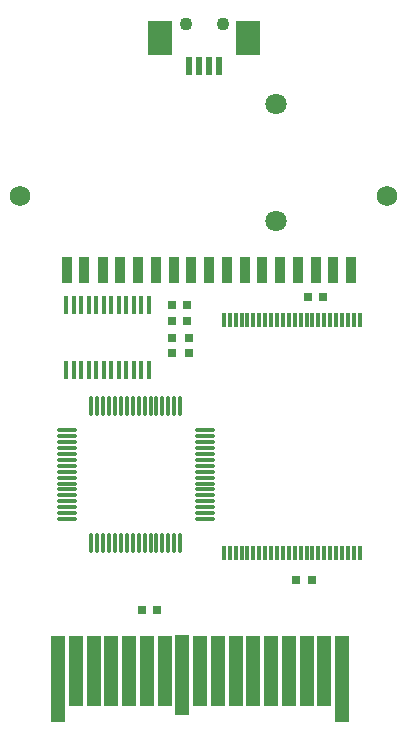
<source format=gbr>
%TF.GenerationSoftware,KiCad,Pcbnew,(6.0.2)*%
%TF.CreationDate,2022-11-02T20:30:41-05:00*%
%TF.ProjectId,REF1845B,52454631-3834-4354-922e-6b696361645f,rev?*%
%TF.SameCoordinates,Original*%
%TF.FileFunction,Soldermask,Top*%
%TF.FilePolarity,Negative*%
%FSLAX46Y46*%
G04 Gerber Fmt 4.6, Leading zero omitted, Abs format (unit mm)*
G04 Created by KiCad (PCBNEW (6.0.2)) date 2022-11-02 20:30:41*
%MOMM*%
%LPD*%
G01*
G04 APERTURE LIST*
G04 Aperture macros list*
%AMRoundRect*
0 Rectangle with rounded corners*
0 $1 Rounding radius*
0 $2 $3 $4 $5 $6 $7 $8 $9 X,Y pos of 4 corners*
0 Add a 4 corners polygon primitive as box body*
4,1,4,$2,$3,$4,$5,$6,$7,$8,$9,$2,$3,0*
0 Add four circle primitives for the rounded corners*
1,1,$1+$1,$2,$3*
1,1,$1+$1,$4,$5*
1,1,$1+$1,$6,$7*
1,1,$1+$1,$8,$9*
0 Add four rect primitives between the rounded corners*
20,1,$1+$1,$2,$3,$4,$5,0*
20,1,$1+$1,$4,$5,$6,$7,0*
20,1,$1+$1,$6,$7,$8,$9,0*
20,1,$1+$1,$8,$9,$2,$3,0*%
G04 Aperture macros list end*
%ADD10RoundRect,0.075000X-0.075000X-0.750000X0.075000X-0.750000X0.075000X0.750000X-0.075000X0.750000X0*%
%ADD11RoundRect,0.075000X-0.750000X-0.075000X0.750000X-0.075000X0.750000X0.075000X-0.750000X0.075000X0*%
%ADD12C,1.800000*%
%ADD13R,0.800000X0.800000*%
%ADD14RoundRect,0.100000X-0.100000X-0.650000X0.100000X-0.650000X0.100000X0.650000X-0.100000X0.650000X0*%
%ADD15C,1.750000*%
%ADD16R,0.950000X2.250000*%
%ADD17R,2.000000X3.000000*%
%ADD18R,0.550000X1.630000*%
%ADD19R,1.200000X7.250000*%
%ADD20R,1.200000X6.000000*%
%ADD21R,1.200000X6.750000*%
%ADD22R,0.300000X1.300000*%
%ADD23C,1.100000*%
G04 APERTURE END LIST*
D10*
%TO.C,U3*%
X141405000Y-115654000D03*
X141905000Y-115654000D03*
X142405000Y-115654000D03*
X142905000Y-115654000D03*
X143405000Y-115654000D03*
X143905000Y-115654000D03*
X144405000Y-115654000D03*
X144905000Y-115654000D03*
X145405000Y-115654000D03*
X145905000Y-115654000D03*
X146405000Y-115654000D03*
X146905000Y-115654000D03*
X147405000Y-115654000D03*
X147905000Y-115654000D03*
X148405000Y-115654000D03*
X148905000Y-115654000D03*
D11*
X150980000Y-113579000D03*
X150980000Y-113079000D03*
X150980000Y-112579000D03*
X150980000Y-112079000D03*
X150980000Y-111579000D03*
X150980000Y-111079000D03*
X150980000Y-110579000D03*
X150980000Y-110079000D03*
X150980000Y-109579000D03*
X150980000Y-109079000D03*
X150980000Y-108579000D03*
X150980000Y-108079000D03*
X150980000Y-107579000D03*
X150980000Y-107079000D03*
X150980000Y-106579000D03*
X150980000Y-106079000D03*
D10*
X148905000Y-104004000D03*
X148405000Y-104004000D03*
X147905000Y-104004000D03*
X147405000Y-104004000D03*
X146905000Y-104004000D03*
X146405000Y-104004000D03*
X145905000Y-104004000D03*
X145405000Y-104004000D03*
X144905000Y-104004000D03*
X144405000Y-104004000D03*
X143905000Y-104004000D03*
X143405000Y-104004000D03*
X142905000Y-104004000D03*
X142405000Y-104004000D03*
X141905000Y-104004000D03*
X141405000Y-104004000D03*
D11*
X139330000Y-106079000D03*
X139330000Y-106579000D03*
X139330000Y-107079000D03*
X139330000Y-107579000D03*
X139330000Y-108079000D03*
X139330000Y-108579000D03*
X139330000Y-109079000D03*
X139330000Y-109579000D03*
X139330000Y-110079000D03*
X139330000Y-110579000D03*
X139330000Y-111079000D03*
X139330000Y-111579000D03*
X139330000Y-112079000D03*
X139330000Y-112579000D03*
X139330000Y-113079000D03*
X139330000Y-113579000D03*
%TD*%
D12*
%TO.C,J3*%
X156999000Y-88375000D03*
X156999000Y-78441000D03*
%TD*%
D13*
%TO.C,C1*%
X145684000Y-121273000D03*
X146993000Y-121272000D03*
%TD*%
D14*
%TO.C,U4*%
X139264000Y-100976000D03*
X139899000Y-100976000D03*
X140534000Y-100976000D03*
X141169000Y-100976000D03*
X141804000Y-100976000D03*
X142439000Y-100976000D03*
X143074000Y-100976000D03*
X143709000Y-100976000D03*
X144344000Y-100976000D03*
X144979000Y-100976000D03*
X145614000Y-100976000D03*
X146249000Y-100976000D03*
X146249000Y-95476000D03*
X145614000Y-95476000D03*
X144979000Y-95476000D03*
X144344000Y-95476000D03*
X143709000Y-95476000D03*
X143074000Y-95476000D03*
X142439000Y-95476000D03*
X141804000Y-95476000D03*
X141169000Y-95476000D03*
X140534000Y-95476000D03*
X139899000Y-95476000D03*
X139264000Y-95476000D03*
%TD*%
D13*
%TO.C,R2*%
X148218000Y-96830000D03*
X149527000Y-96829000D03*
%TD*%
%TO.C,C2*%
X148218000Y-95444000D03*
X149527000Y-95443000D03*
%TD*%
D15*
%TO.C,H2*%
X166440000Y-86252000D03*
%TD*%
D13*
%TO.C,R3*%
X148230000Y-99562000D03*
X148229000Y-98253000D03*
%TD*%
D15*
%TO.C,H1*%
X135356000Y-86210000D03*
%TD*%
D13*
%TO.C,C3*%
X159719000Y-94785000D03*
X161028000Y-94784000D03*
%TD*%
%TO.C,R4*%
X149653000Y-99562000D03*
X149652000Y-98253000D03*
%TD*%
D16*
%TO.C,U5*%
X163351000Y-92490000D03*
X161881000Y-92483000D03*
X160372000Y-92487000D03*
X158870000Y-92487000D03*
X157360000Y-92488000D03*
X155849000Y-92488000D03*
X154380000Y-92487000D03*
X152872000Y-92492000D03*
X151363000Y-92486000D03*
X149860000Y-92489000D03*
X148388000Y-92488000D03*
X146879000Y-92490000D03*
X145334000Y-92493000D03*
X143861000Y-92488000D03*
X142359000Y-92492000D03*
X140812000Y-92484000D03*
X139298000Y-92487000D03*
%TD*%
D13*
%TO.C,R1*%
X158759000Y-118736000D03*
X160068000Y-118735000D03*
%TD*%
D17*
%TO.C,J1*%
X147200000Y-72879000D03*
X154624000Y-72877000D03*
D18*
X149663000Y-75217000D03*
X150497000Y-75222000D03*
X151367000Y-75222000D03*
X152241000Y-75221000D03*
%TD*%
D19*
%TO.C,U1*%
X138546900Y-127090900D03*
D20*
X140088900Y-126444900D03*
X141603900Y-126452900D03*
X143062900Y-126444900D03*
X144569900Y-126451900D03*
X146132900Y-126451900D03*
X147631900Y-126451900D03*
D21*
X149058900Y-126794900D03*
D20*
X150555900Y-126459900D03*
X152118900Y-126459900D03*
X153625900Y-126451900D03*
X155100900Y-126451900D03*
X156599900Y-126451900D03*
X158098900Y-126443900D03*
X159613900Y-126451900D03*
X161128900Y-126451900D03*
D19*
X162635900Y-127084900D03*
%TD*%
D22*
%TO.C,U2*%
X152614000Y-116422000D03*
X153114000Y-116422000D03*
X153614000Y-116422000D03*
X154114000Y-116422000D03*
X154614000Y-116422000D03*
X155114000Y-116422000D03*
X155614000Y-116422000D03*
X156114000Y-116422000D03*
X156614000Y-116422000D03*
X157114000Y-116422000D03*
X157614000Y-116422000D03*
X158114000Y-116422000D03*
X158614000Y-116422000D03*
X159114000Y-116422000D03*
X159614000Y-116422000D03*
X160114000Y-116422000D03*
X160614000Y-116422000D03*
X161114000Y-116422000D03*
X161614000Y-116422000D03*
X162114000Y-116422000D03*
X162614000Y-116422000D03*
X163114000Y-116422000D03*
X163614000Y-116422000D03*
X164114000Y-116422000D03*
X164114000Y-96722000D03*
X163614000Y-96722000D03*
X163114000Y-96722000D03*
X162614000Y-96722000D03*
X162114000Y-96722000D03*
X161614000Y-96722000D03*
X161114000Y-96722000D03*
X160614000Y-96722000D03*
X160114000Y-96722000D03*
X159614000Y-96722000D03*
X159114000Y-96722000D03*
X158614000Y-96722000D03*
X158114000Y-96722000D03*
X157614000Y-96722000D03*
X157114000Y-96722000D03*
X156614000Y-96722000D03*
X156114000Y-96722000D03*
X155614000Y-96722000D03*
X155114000Y-96722000D03*
X154614000Y-96722000D03*
X154114000Y-96722000D03*
X153614000Y-96722000D03*
X153114000Y-96722000D03*
X152614000Y-96722000D03*
%TD*%
D23*
%TO.C,J2*%
X149446835Y-71650800D03*
X152509000Y-71653200D03*
%TD*%
M02*

</source>
